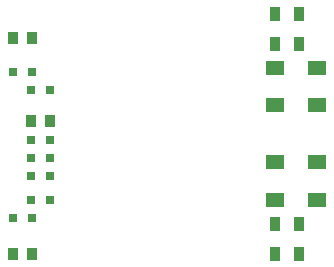
<source format=gbp>
G04 Layer_Color=128*
%FSLAX25Y25*%
%MOIN*%
G70*
G01*
G75*
%ADD10R,0.03150X0.03150*%
%ADD12R,0.03543X0.03937*%
%ADD19R,0.03543X0.04724*%
%ADD48R,0.06299X0.04724*%
D10*
X396850Y208000D02*
D03*
X403150D02*
D03*
X402850Y228000D02*
D03*
X409150D02*
D03*
X402850Y222000D02*
D03*
X409150D02*
D03*
X402850Y234000D02*
D03*
X409150D02*
D03*
Y214000D02*
D03*
X402850D02*
D03*
X409150Y250626D02*
D03*
X402850D02*
D03*
X396850Y256545D02*
D03*
X403150D02*
D03*
D12*
Y196000D02*
D03*
X396850D02*
D03*
X402850Y240313D02*
D03*
X409150D02*
D03*
X403150Y268000D02*
D03*
X396850D02*
D03*
D19*
X484063Y196000D02*
D03*
X491937D02*
D03*
X484063Y206000D02*
D03*
X491937D02*
D03*
Y276000D02*
D03*
X484063D02*
D03*
X491937Y266000D02*
D03*
X484063D02*
D03*
D48*
X484000Y258000D02*
D03*
Y245402D02*
D03*
Y214000D02*
D03*
Y226598D02*
D03*
X498000Y258000D02*
D03*
Y245402D02*
D03*
Y214000D02*
D03*
Y226598D02*
D03*
M02*

</source>
